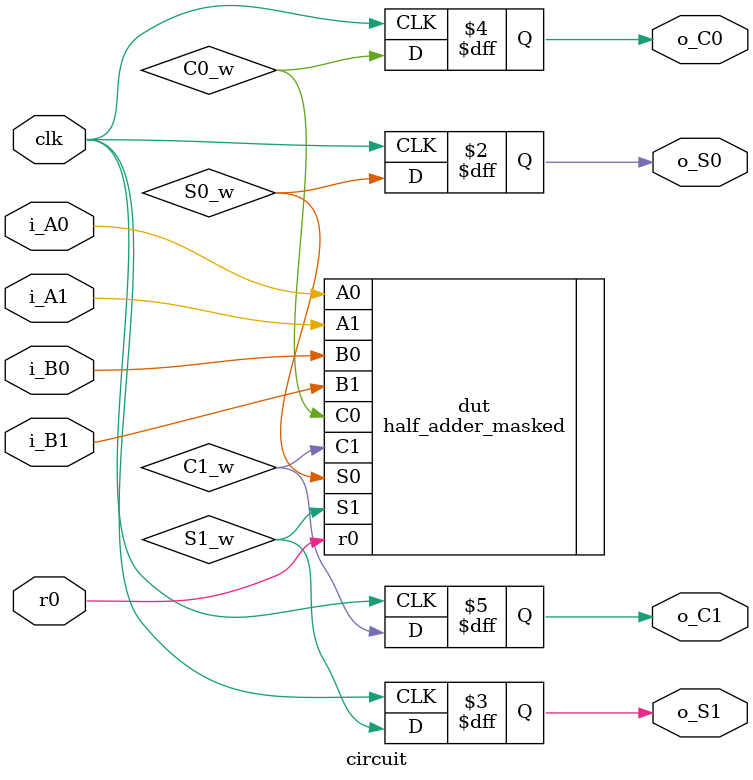
<source format=v>
module circuit (
    input  wire clk,

    input  wire i_A0,
    input  wire i_A1,
    input  wire i_B0,
    input  wire i_B1,
    input  wire r0,

    output reg  o_S0,
    output reg  o_S1,
    output reg  o_C0,
    output reg  o_C1
);

    wire S0_w, S1_w;
    wire C0_w, C1_w;

    half_adder_masked dut (
        .A0(i_A0),
        .A1(i_A1),
        .B0(i_B0),
        .B1(i_B1),
        .r0(r0),
        .S0(S0_w),
        .S1(S1_w),
        .C0(C0_w),
        .C1(C1_w)
    );

    // Register outputs (required for PROLEAD)
    always @(posedge clk) begin
        o_S0 <= S0_w;
        o_S1 <= S1_w;
        o_C0 <= C0_w;
        o_C1 <= C1_w;
    end

endmodule

</source>
